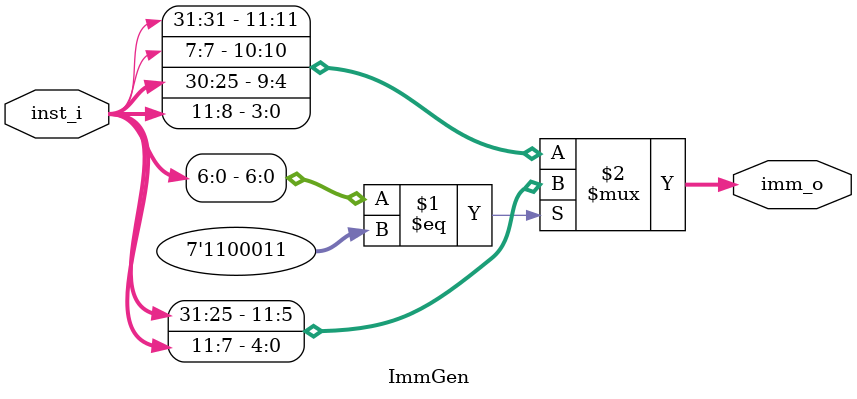
<source format=v>
module ImmGen(inst_i,imm_o);
input[31:0]inst_i;
output[11:0]imm_o;
assign imm_o=({inst_i[6:0]}==7'b1100011)?
				{{inst_i[31:25]},{inst_i[11:7]}}:
				{{inst_i[31]}/*12*/,{inst_i[7]}/*11*/,{inst_i[30:25]}/*10:5*/,{inst_i[11:8]}/*4:1*/};
endmodule

</source>
